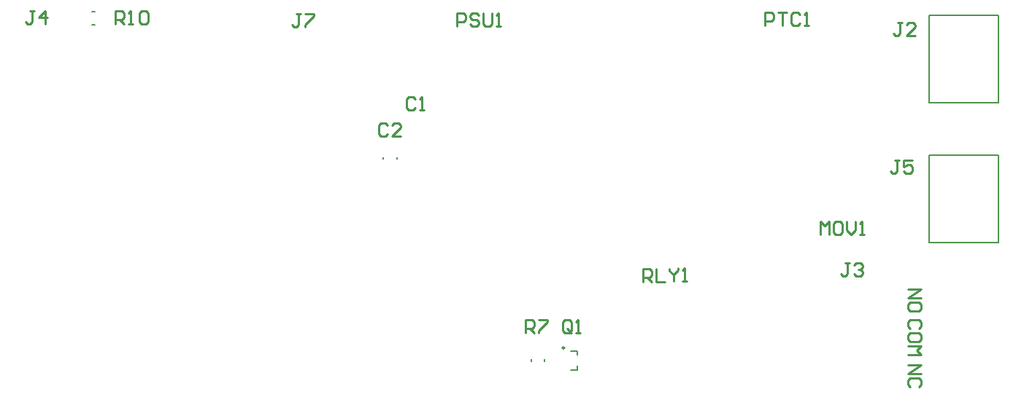
<source format=gto>
G04*
G04 #@! TF.GenerationSoftware,Altium Limited,Altium Designer,20.0.14 (345)*
G04*
G04 Layer_Color=65535*
%FSLAX25Y25*%
%MOIN*%
G70*
G01*
G75*
%ADD10C,0.00984*%
%ADD11C,0.00787*%
%ADD12C,0.00591*%
%ADD13C,0.01000*%
D10*
X249153Y22709D02*
G03*
X249153Y22709I-492J0D01*
G01*
D11*
X415556Y175000D02*
X447445D01*
X415556Y135000D02*
X447445D01*
Y175000D01*
X415556Y135000D02*
Y175000D01*
Y111000D02*
X447445D01*
X415556Y71000D02*
X447445D01*
Y111000D01*
X415556Y71000D02*
Y111000D01*
X255157Y12669D02*
Y14441D01*
X252008Y12669D02*
X255157D01*
Y19559D02*
Y21331D01*
X252008D02*
X255157D01*
D12*
X33409Y176453D02*
X34591D01*
X33409Y170547D02*
X34591D01*
X172650Y109303D02*
Y109697D01*
X166350Y109303D02*
Y109697D01*
X239953Y16409D02*
Y17591D01*
X234047Y16409D02*
Y17591D01*
D13*
X406000Y49500D02*
X411998D01*
X406000Y45501D01*
X411998D01*
Y40503D02*
Y42502D01*
X410998Y43502D01*
X407000D01*
X406000Y42502D01*
Y40503D01*
X407000Y39503D01*
X410998D01*
X411998Y40503D01*
X410998Y31501D02*
X411998Y32501D01*
Y34500D01*
X410998Y35500D01*
X407000D01*
X406000Y34500D01*
Y32501D01*
X407000Y31501D01*
X411998Y26503D02*
Y28502D01*
X410998Y29502D01*
X407000D01*
X406000Y28502D01*
Y26503D01*
X407000Y25503D01*
X410998D01*
X411998Y26503D01*
X406000Y23504D02*
X411998D01*
X409999Y21505D01*
X411998Y19505D01*
X406000D01*
Y15000D02*
X411998D01*
X406000Y11001D01*
X411998D01*
X410998Y5003D02*
X411998Y6003D01*
Y8002D01*
X410998Y9002D01*
X407000D01*
X406000Y8002D01*
Y6003D01*
X407000Y5003D01*
X128849Y175648D02*
X126849D01*
X127849D01*
Y170650D01*
X126849Y169650D01*
X125850D01*
X124850Y170650D01*
X130848Y175648D02*
X134847D01*
Y174648D01*
X130848Y170650D01*
Y169650D01*
X402000Y108499D02*
X400001D01*
X401001D01*
Y103501D01*
X400001Y102501D01*
X399001D01*
X398002Y103501D01*
X407998Y108499D02*
X404000D01*
Y105500D01*
X405999Y106500D01*
X406999D01*
X407998Y105500D01*
Y103501D01*
X406999Y102501D01*
X404999D01*
X404000Y103501D01*
X200000Y169945D02*
Y175943D01*
X202999D01*
X203999Y174943D01*
Y172944D01*
X202999Y171944D01*
X200000D01*
X209997Y174943D02*
X208997Y175943D01*
X206998D01*
X205998Y174943D01*
Y173944D01*
X206998Y172944D01*
X208997D01*
X209997Y171944D01*
Y170945D01*
X208997Y169945D01*
X206998D01*
X205998Y170945D01*
X211996Y175943D02*
Y170945D01*
X212996Y169945D01*
X214995D01*
X215995Y170945D01*
Y175943D01*
X217994Y169945D02*
X219993D01*
X218994D01*
Y175943D01*
X217994Y174943D01*
X285012Y52972D02*
X284995Y58970D01*
X287994Y58979D01*
X288996Y57982D01*
X289002Y55983D01*
X288005Y54980D01*
X285006Y54972D01*
X287005Y54977D02*
X289011Y52984D01*
X290993Y58987D02*
X291010Y52990D01*
X295009Y53001D01*
X296991Y59005D02*
X296994Y58005D01*
X298999Y56011D01*
X300992Y58017D01*
X300989Y59016D01*
X298999Y56011D02*
X299007Y53013D01*
X303006Y53024D02*
X305005Y53030D01*
X304006Y53027D01*
X303989Y59025D01*
X302992Y58022D01*
X44002Y171001D02*
Y176999D01*
X47001D01*
X48001Y175999D01*
Y174000D01*
X47001Y173000D01*
X44002D01*
X46002D02*
X48001Y171001D01*
X50001D02*
X52000D01*
X51000D01*
Y176999D01*
X50001Y175999D01*
X54999D02*
X55999Y176999D01*
X57998D01*
X58998Y175999D01*
Y172001D01*
X57998Y171001D01*
X55999D01*
X54999Y172001D01*
Y175999D01*
X231502Y29501D02*
Y35499D01*
X234501D01*
X235500Y34499D01*
Y32500D01*
X234501Y31500D01*
X231502D01*
X233501D02*
X235500Y29501D01*
X237500Y35499D02*
X241498D01*
Y34499D01*
X237500Y30501D01*
Y29501D01*
X252500Y30501D02*
Y34499D01*
X251500Y35499D01*
X249501D01*
X248501Y34499D01*
Y30501D01*
X249501Y29501D01*
X251500D01*
X250501Y31500D02*
X252500Y29501D01*
X251500D02*
X252500Y30501D01*
X254499Y29501D02*
X256499D01*
X255499D01*
Y35499D01*
X254499Y34499D01*
X340800Y170200D02*
Y176198D01*
X343799D01*
X344799Y175198D01*
Y173199D01*
X343799Y172199D01*
X340800D01*
X346798Y176198D02*
X350797D01*
X348797D01*
Y170200D01*
X356795Y175198D02*
X355795Y176198D01*
X353796D01*
X352796Y175198D01*
Y171200D01*
X353796Y170200D01*
X355795D01*
X356795Y171200D01*
X358794Y170200D02*
X360793D01*
X359794D01*
Y176198D01*
X358794Y175198D01*
X366003Y74501D02*
Y80499D01*
X368003Y78500D01*
X370002Y80499D01*
Y74501D01*
X375000Y80499D02*
X373001D01*
X372001Y79499D01*
Y75501D01*
X373001Y74501D01*
X375000D01*
X376000Y75501D01*
Y79499D01*
X375000Y80499D01*
X377999D02*
Y76500D01*
X379999Y74501D01*
X381998Y76500D01*
Y80499D01*
X383997Y74501D02*
X385997D01*
X384997D01*
Y80499D01*
X383997Y79499D01*
X7000Y176999D02*
X5001D01*
X6001D01*
Y172001D01*
X5001Y171001D01*
X4001D01*
X3002Y172001D01*
X11999Y171001D02*
Y176999D01*
X9000Y174000D01*
X12998D01*
X379500Y61499D02*
X377501D01*
X378501D01*
Y56501D01*
X377501Y55501D01*
X376501D01*
X375502Y56501D01*
X381500Y60499D02*
X382499Y61499D01*
X384499D01*
X385498Y60499D01*
Y59500D01*
X384499Y58500D01*
X383499D01*
X384499D01*
X385498Y57500D01*
Y56501D01*
X384499Y55501D01*
X382499D01*
X381500Y56501D01*
X403500Y171499D02*
X401501D01*
X402501D01*
Y166501D01*
X401501Y165501D01*
X400501D01*
X399502Y166501D01*
X409498Y165501D02*
X405500D01*
X409498Y169500D01*
Y170499D01*
X408499Y171499D01*
X406499D01*
X405500Y170499D01*
X168500Y124499D02*
X167501Y125499D01*
X165501D01*
X164502Y124499D01*
Y120501D01*
X165501Y119501D01*
X167501D01*
X168500Y120501D01*
X174498Y119501D02*
X170500D01*
X174498Y123500D01*
Y124499D01*
X173499Y125499D01*
X171499D01*
X170500Y124499D01*
X180999Y136658D02*
X179999Y137658D01*
X178000D01*
X177000Y136658D01*
Y132659D01*
X178000Y131660D01*
X179999D01*
X180999Y132659D01*
X182998Y131660D02*
X184997D01*
X183998D01*
Y137658D01*
X182998Y136658D01*
M02*

</source>
